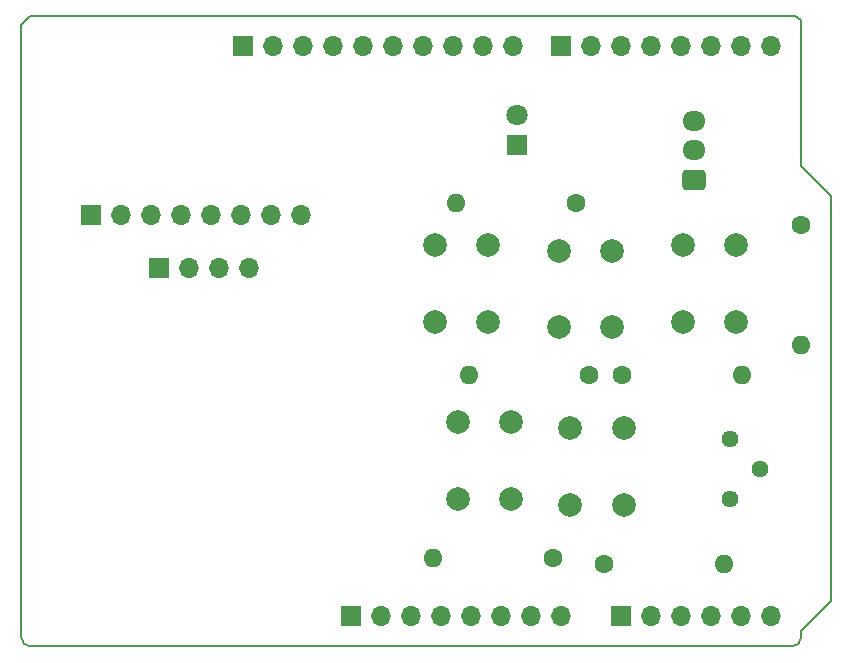
<source format=gbr>
%TF.GenerationSoftware,KiCad,Pcbnew,8.0.8*%
%TF.CreationDate,2025-02-03T17:42:49-07:00*%
%TF.ProjectId,Arduino_uno_Shield,41726475-696e-46f5-9f75-6e6f5f536869,rev?*%
%TF.SameCoordinates,Original*%
%TF.FileFunction,Profile,NP*%
%FSLAX46Y46*%
G04 Gerber Fmt 4.6, Leading zero omitted, Abs format (unit mm)*
G04 Created by KiCad (PCBNEW 8.0.8) date 2025-02-03 17:42:49*
%MOMM*%
%LPD*%
G01*
G04 APERTURE LIST*
G04 Aperture macros list*
%AMRoundRect*
0 Rectangle with rounded corners*
0 $1 Rounding radius*
0 $2 $3 $4 $5 $6 $7 $8 $9 X,Y pos of 4 corners*
0 Add a 4 corners polygon primitive as box body*
4,1,4,$2,$3,$4,$5,$6,$7,$8,$9,$2,$3,0*
0 Add four circle primitives for the rounded corners*
1,1,$1+$1,$2,$3*
1,1,$1+$1,$4,$5*
1,1,$1+$1,$6,$7*
1,1,$1+$1,$8,$9*
0 Add four rect primitives between the rounded corners*
20,1,$1+$1,$2,$3,$4,$5,0*
20,1,$1+$1,$4,$5,$6,$7,0*
20,1,$1+$1,$6,$7,$8,$9,0*
20,1,$1+$1,$8,$9,$2,$3,0*%
G04 Aperture macros list end*
%TA.AperFunction,Profile*%
%ADD10C,0.150000*%
%TD*%
%ADD11R,1.700000X1.700000*%
%ADD12O,1.700000X1.700000*%
%ADD13C,2.000000*%
%ADD14C,1.600000*%
%ADD15O,1.600000X1.600000*%
%ADD16C,1.440000*%
%ADD17R,1.800000X1.800000*%
%ADD18C,1.800000*%
%ADD19RoundRect,0.250000X0.725000X-0.600000X0.725000X0.600000X-0.725000X0.600000X-0.725000X-0.600000X0*%
%ADD20O,1.950000X1.700000*%
G04 APERTURE END LIST*
D10*
X166000000Y-59360063D02*
X168580000Y-61900000D01*
X100000000Y-99238000D02*
X100000000Y-47422000D01*
X165500000Y-46660000D02*
X166000000Y-47000000D01*
X168580000Y-61900000D02*
X168580000Y-96190000D01*
X165278000Y-100000000D02*
X100762000Y-100000000D01*
X100762000Y-46660000D02*
X165500000Y-46660000D01*
X100762000Y-100000000D02*
G75*
G02*
X100000000Y-99238000I0J762000D01*
G01*
X168580000Y-96190000D02*
X166040000Y-98730000D01*
X100000000Y-47422000D02*
X100762000Y-46660000D01*
X166040000Y-99238000D02*
G75*
G02*
X165278000Y-100000000I-762000J0D01*
G01*
X166000000Y-47000000D02*
X166000000Y-59360063D01*
X166040000Y-98730000D02*
X166040000Y-99238000D01*
D11*
%TO.C,J1*%
X127940000Y-97460000D03*
D12*
X130480000Y-97460000D03*
X133020000Y-97460000D03*
X135560000Y-97460000D03*
X138100000Y-97460000D03*
X140640000Y-97460000D03*
X143180000Y-97460000D03*
X145720000Y-97460000D03*
%TD*%
D11*
%TO.C,J3*%
X150800000Y-97460000D03*
D12*
X153340000Y-97460000D03*
X155880000Y-97460000D03*
X158420000Y-97460000D03*
X160960000Y-97460000D03*
X163500000Y-97460000D03*
%TD*%
D11*
%TO.C,J2*%
X118796000Y-49200000D03*
D12*
X121336000Y-49200000D03*
X123876000Y-49200000D03*
X126416000Y-49200000D03*
X128956000Y-49200000D03*
X131496000Y-49200000D03*
X134036000Y-49200000D03*
X136576000Y-49200000D03*
X139116000Y-49200000D03*
X141656000Y-49200000D03*
%TD*%
D11*
%TO.C,J4*%
X145720000Y-49200000D03*
D12*
X148260000Y-49200000D03*
X150800000Y-49200000D03*
X153340000Y-49200000D03*
X155880000Y-49200000D03*
X158420000Y-49200000D03*
X160960000Y-49200000D03*
X163500000Y-49200000D03*
%TD*%
D13*
%TO.C,SW1*%
X139500000Y-66000000D03*
X139500000Y-72500000D03*
X135000000Y-66000000D03*
X135000000Y-72500000D03*
%TD*%
D14*
%TO.C,R4*%
X150840000Y-77000000D03*
D15*
X161000000Y-77000000D03*
%TD*%
D14*
%TO.C,R5*%
X149340000Y-93000000D03*
D15*
X159500000Y-93000000D03*
%TD*%
D16*
%TO.C,RV1*%
X160015000Y-87540000D03*
X162555000Y-85000000D03*
X160015000Y-82460000D03*
%TD*%
D13*
%TO.C,SW2*%
X160500000Y-66000000D03*
X160500000Y-72500000D03*
X156000000Y-66000000D03*
X156000000Y-72500000D03*
%TD*%
%TO.C,SW3*%
X145500000Y-73000000D03*
X145500000Y-66500000D03*
X150000000Y-73000000D03*
X150000000Y-66500000D03*
%TD*%
%TO.C,SW5*%
X141500000Y-81000000D03*
X141500000Y-87500000D03*
X137000000Y-81000000D03*
X137000000Y-87500000D03*
%TD*%
D14*
%TO.C,R6*%
X145000000Y-92500000D03*
D15*
X134840000Y-92500000D03*
%TD*%
D11*
%TO.C,J9*%
X105880000Y-63500000D03*
D12*
X108420000Y-63500000D03*
X110960000Y-63500000D03*
X113500000Y-63500000D03*
X116040000Y-63500000D03*
X118580000Y-63500000D03*
X121120000Y-63500000D03*
X123660000Y-63500000D03*
%TD*%
D11*
%TO.C,J10*%
X111700000Y-67975000D03*
D12*
X114240000Y-67975000D03*
X116780000Y-67975000D03*
X119320000Y-67975000D03*
%TD*%
D14*
%TO.C,R1*%
X147000000Y-62500000D03*
D15*
X136840000Y-62500000D03*
%TD*%
D14*
%TO.C,R3*%
X166000000Y-64340000D03*
D15*
X166000000Y-74500000D03*
%TD*%
D14*
%TO.C,R2*%
X148080000Y-77000000D03*
D15*
X137920000Y-77000000D03*
%TD*%
D13*
%TO.C,SW4*%
X146500000Y-88000000D03*
X146500000Y-81500000D03*
X151000000Y-88000000D03*
X151000000Y-81500000D03*
%TD*%
D17*
%TO.C,D1*%
X142000000Y-57540000D03*
D18*
X142000000Y-55000000D03*
%TD*%
D19*
%TO.C,J11*%
X157000000Y-60500000D03*
D20*
X157000000Y-58000000D03*
X157000000Y-55500000D03*
%TD*%
M02*

</source>
